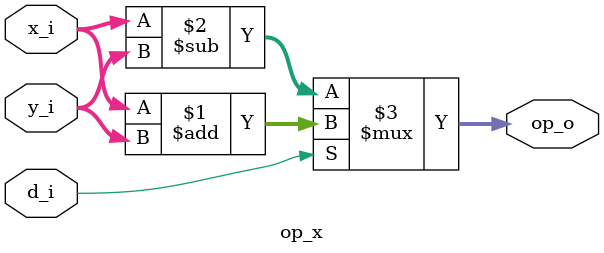
<source format=v>
module op_x #(
  parameter n = 32
) (
  input  signed [n-1:0] x_i,
  input  signed [n-1:0] y_i,
  input                 d_i,
  output signed [n-1:0] op_o
);

  // d_i = 1 -> Z es negativo
  // d_i = 0 -> Z es positivo
  assign op_o = d_i ? x_i + y_i : x_i - y_i;
  
endmodule
</source>
